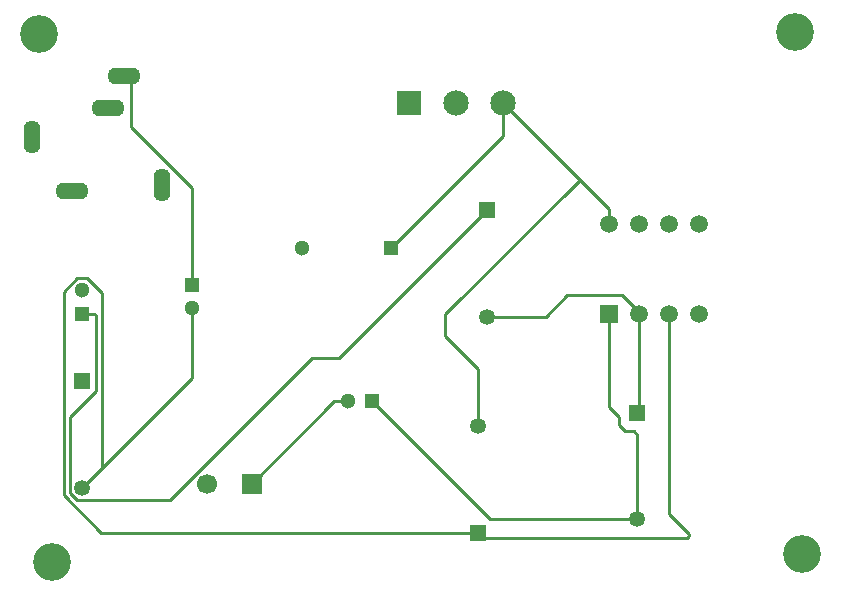
<source format=gbl>
G04*
G04 #@! TF.GenerationSoftware,Altium Limited,Altium Designer,25.2.1 (25)*
G04*
G04 Layer_Physical_Order=2*
G04 Layer_Color=16711680*
%FSLAX25Y25*%
%MOIN*%
G70*
G04*
G04 #@! TF.SameCoordinates,850D5FA2-28C2-4C25-8C15-A94B59A84C3C*
G04*
G04*
G04 #@! TF.FilePolarity,Positive*
G04*
G01*
G75*
%ADD14C,0.01000*%
%ADD28C,0.05118*%
%ADD29R,0.05118X0.05118*%
%ADD32C,0.12598*%
%ADD33C,0.08465*%
%ADD34R,0.08465X0.08465*%
%ADD35R,0.05315X0.05315*%
%ADD36C,0.05315*%
%ADD37R,0.05906X0.05906*%
%ADD38C,0.05906*%
%ADD39C,0.06693*%
%ADD40R,0.06693X0.06693*%
%ADD41R,0.05118X0.05118*%
%ADD42O,0.05512X0.11024*%
%ADD43O,0.11024X0.05512*%
D14*
X245000Y392500D02*
X289841Y437340D01*
X245000Y385366D02*
X256000Y374366D01*
X245000Y385366D02*
Y392500D01*
X256000Y355217D02*
Y374366D01*
X289841Y437340D02*
X299500Y427681D01*
X278450Y391783D02*
X285620Y398953D01*
X259000Y391783D02*
X278450D01*
X285620Y398953D02*
X303903D01*
X309500Y393355D01*
X309000Y359717D02*
X309500Y360216D01*
Y392500D01*
X302842Y355609D02*
X304893Y353559D01*
X302842Y355609D02*
Y358438D01*
X307721Y353559D02*
X309000Y352280D01*
X304893Y353559D02*
X307721D01*
X299500Y361780D02*
X302842Y358438D01*
X309500Y392500D02*
Y393355D01*
X299500Y361780D02*
Y392500D01*
X309000Y324284D02*
Y352280D01*
X259717Y324284D02*
X309000D01*
X220500Y363500D02*
X259717Y324284D01*
X180500Y336000D02*
X208000Y363500D01*
X212626D01*
X124000Y334784D02*
X130645Y341428D01*
Y399595D01*
X125681Y404559D02*
X130645Y399595D01*
X122319Y404559D02*
X125681D01*
X117842Y400083D02*
X122319Y404559D01*
X117842Y332233D02*
Y400083D01*
Y332233D02*
X130292Y319783D01*
X256000D01*
X130645Y341428D02*
X160500Y371284D01*
X119843Y333061D02*
Y358150D01*
X122278Y330626D02*
X153272D01*
X200489Y377842D01*
X160500Y371284D02*
Y394563D01*
X200489Y377842D02*
X209626D01*
X119843Y333061D02*
X122278Y330626D01*
X256000Y319783D02*
X257784Y318000D01*
X325500D01*
X326086Y318586D01*
Y319414D01*
X319500Y326000D02*
X326086Y319414D01*
X319500Y326000D02*
Y392500D01*
X226764Y414500D02*
X264181Y451917D01*
Y463000D01*
X299500Y422500D02*
Y427681D01*
X264181Y463000D02*
X289841Y437340D01*
X209626Y377842D02*
X259000Y427216D01*
X119843Y358150D02*
X128645Y366952D01*
Y392040D01*
X128059Y392626D02*
X128645Y392040D01*
X124000Y392626D02*
X128059D01*
X160500Y402437D02*
Y434554D01*
X140169Y454885D02*
X160500Y434554D01*
X140169Y454885D02*
Y469904D01*
X138085Y471988D02*
X140169Y469904D01*
X137913Y471988D02*
X138085D01*
D28*
X212626Y363500D02*
D03*
X160500Y394563D02*
D03*
X197236Y414500D02*
D03*
X124000Y400500D02*
D03*
D29*
X220500Y363500D02*
D03*
X226764Y414500D02*
D03*
D32*
X361500Y486500D02*
D03*
X109500Y486000D02*
D03*
X114000Y310000D02*
D03*
X364000Y312500D02*
D03*
D33*
X264181Y463000D02*
D03*
X248590D02*
D03*
D34*
X233000D02*
D03*
D35*
X309000Y359717D02*
D03*
X256000Y319783D02*
D03*
X259000Y427216D02*
D03*
X124000Y370216D02*
D03*
D36*
X309000Y324284D02*
D03*
X256000Y355217D02*
D03*
X259000Y391783D02*
D03*
X124000Y334784D02*
D03*
D37*
X299500Y392500D02*
D03*
D38*
X309500D02*
D03*
X319500D02*
D03*
X329500D02*
D03*
X299500Y422500D02*
D03*
X309500D02*
D03*
X319500D02*
D03*
X329500D02*
D03*
D39*
X165500Y336000D02*
D03*
D40*
X180500D02*
D03*
D41*
X160500Y402437D02*
D03*
X124000Y392626D02*
D03*
D42*
X107205Y451516D02*
D03*
X150512Y435768D02*
D03*
D43*
X137913Y471988D02*
D03*
X132402Y461358D02*
D03*
X120591Y433799D02*
D03*
M02*

</source>
